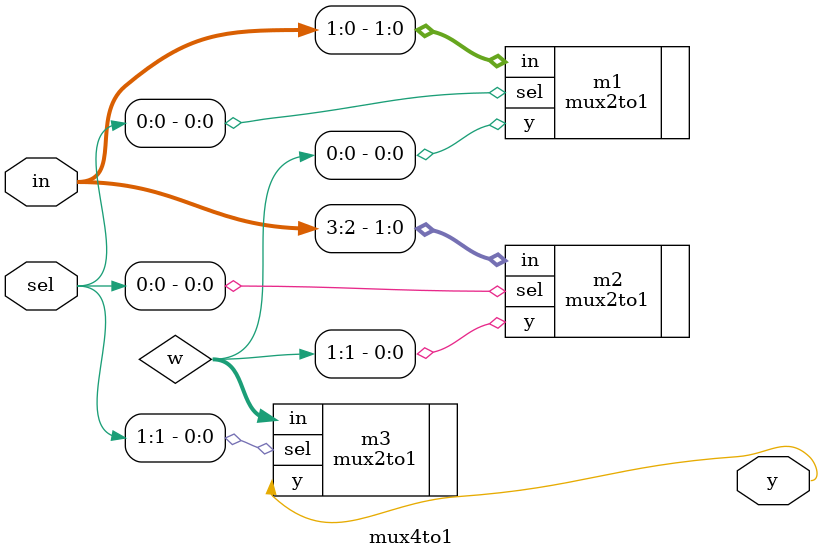
<source format=v>
module mux4to1 ( input [3:0] in,
				input [1:0] sel,
				output y);
				
				
		wire [1:0] w;
		
		mux2to1 m1( .in(in[1:0]),.sel(sel[0]), .y(w[0]) );
		mux2to1 m2( .in(in[3:2]), .sel(sel[0]), .y(w[1]) );
		mux2to1 m3( .in(w[1:0]), .sel(sel[1]), .y(y) );
		
		
	endmodule
</source>
